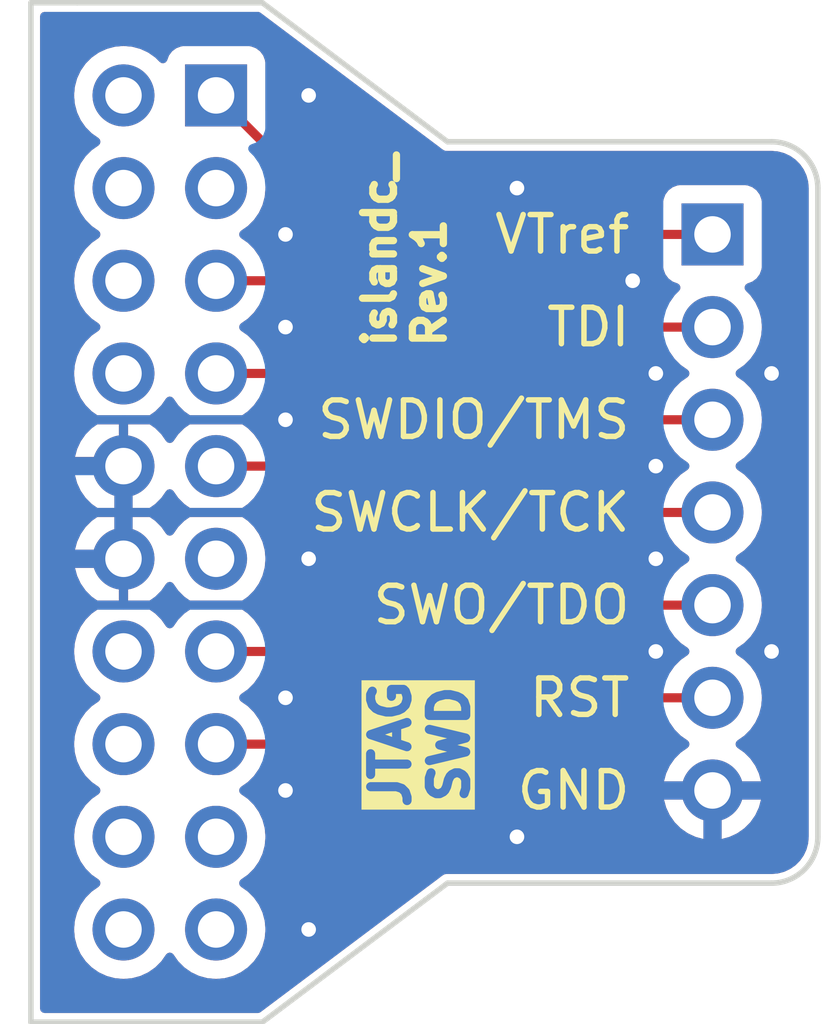
<source format=kicad_pcb>
(kicad_pcb (version 20221018) (generator pcbnew)
  (title_block (title "jtag-wire-adapter") (date "2023-04-17") (rev "1") (company "https://github.com/islandcontroller/jtag-wire-adapter"))
  (layers (0 "F.Cu" signal) (31 "B.Cu" signal) (34 "B.Paste" user) (35 "F.Paste" user) (36 "B.SilkS" user "B.Silkscreen") (37 "F.SilkS" user "F.Silkscreen") (38 "B.Mask" user) (39 "F.Mask" user) (44 "Edge.Cuts" user))
  (net 0 "")
  (net 1 "/VTref")
  (net 5 "/TDI")
  (net 7 "/TMS")
  (net 9 "/TCK")
  (net 10 "GND")
  (net 12 "/TDO")
  (net 14 "/RST")
  (footprint "Connector_PinHeader_2.54mm:PinHeader_1x07_P2.54mm_Horizontal" (layer "F.Cu") (at 145.7 97.79)
    (fp_text reference "J2" hide)
    (fp_text value "Conn_01x07_Pin")
    (pad "1" thru_hole rect (at 0 0) (size 1.7 1.7) (drill 1) (layers "*.Cu" "*.Mask") (net 1 "/VTref"))
    (pad "2" thru_hole oval (at 0 2.54) (size 1.7 1.7) (drill 1) (layers "*.Cu" "*.Mask") (net 5 "/TDI"))
    (pad "3" thru_hole oval (at 0 5.08) (size 1.7 1.7) (drill 1) (layers "*.Cu" "*.Mask") (net 7 "/TMS"))
    (pad "4" thru_hole oval (at 0 7.62) (size 1.7 1.7) (drill 1) (layers "*.Cu" "*.Mask") (net 9 "/TCK"))
    (pad "5" thru_hole oval (at 0 10.16) (size 1.7 1.7) (drill 1) (layers "*.Cu" "*.Mask") (net 12 "/TDO"))
    (pad "6" thru_hole oval (at 0 12.7) (size 1.7 1.7) (drill 1) (layers "*.Cu" "*.Mask") (net 14 "/RST"))
    (pad "7" thru_hole oval (at 0 15.24) (size 1.7 1.7) (drill 1) (layers "*.Cu" "*.Mask") (net 10 "GND"))
  )
  (footprint "Connector_PinSocket_2.54mm:PinSocket_2x10_P2.54mm_Horizontal" (layer "F.Cu") (at 132.08 93.98)
    (fp_text reference "J1" hide)
    (fp_text value "Conn_02x10_Odd_Even")
    (pad "1" thru_hole rect (at 0 0) (size 1.7 1.7) (drill 1) (layers "*.Cu" "*.Mask") (net 1 "/VTref"))
    (pad "2" thru_hole oval (at -2.54 0) (size 1.7 1.7) (drill 1) (layers "*.Cu" "*.Mask"))
    (pad "3" thru_hole oval (at 0 2.54) (size 1.7 1.7) (drill 1) (layers "*.Cu" "*.Mask"))
    (pad "4" thru_hole oval (at -2.54 2.54) (size 1.7 1.7) (drill 1) (layers "*.Cu" "*.Mask"))
    (pad "5" thru_hole oval (at 0 5.08) (size 1.7 1.7) (drill 1) (layers "*.Cu" "*.Mask") (net 5 "/TDI"))
    (pad "6" thru_hole oval (at -2.54 5.08) (size 1.7 1.7) (drill 1) (layers "*.Cu" "*.Mask"))
    (pad "7" thru_hole oval (at 0 7.62) (size 1.7 1.7) (drill 1) (layers "*.Cu" "*.Mask") (net 7 "/TMS"))
    (pad "8" thru_hole oval (at -2.54 7.62) (size 1.7 1.7) (drill 1) (layers "*.Cu" "*.Mask"))
    (pad "9" thru_hole oval (at 0 10.16) (size 1.7 1.7) (drill 1) (layers "*.Cu" "*.Mask") (net 9 "/TCK"))
    (pad "10" thru_hole oval (at -2.54 10.16) (size 1.7 1.7) (drill 1) (layers "*.Cu" "*.Mask") (net 10 "GND"))
    (pad "11" thru_hole oval (at 0 12.7) (size 1.7 1.7) (drill 1) (layers "*.Cu" "*.Mask"))
    (pad "12" thru_hole oval (at -2.54 12.7) (size 1.7 1.7) (drill 1) (layers "*.Cu" "*.Mask") (net 10 "GND"))
    (pad "13" thru_hole oval (at 0 15.24) (size 1.7 1.7) (drill 1) (layers "*.Cu" "*.Mask") (net 12 "/TDO"))
    (pad "14" thru_hole oval (at -2.54 15.24) (size 1.7 1.7) (drill 1) (layers "*.Cu" "*.Mask"))
    (pad "15" thru_hole oval (at 0 17.78) (size 1.7 1.7) (drill 1) (layers "*.Cu" "*.Mask") (net 14 "/RST"))
    (pad "16" thru_hole oval (at -2.54 17.78) (size 1.7 1.7) (drill 1) (layers "*.Cu" "*.Mask"))
    (pad "17" thru_hole oval (at 0 20.32) (size 1.7 1.7) (drill 1) (layers "*.Cu" "*.Mask"))
    (pad "18" thru_hole oval (at -2.54 20.32) (size 1.7 1.7) (drill 1) (layers "*.Cu" "*.Mask"))
    (pad "19" thru_hole oval (at 0 22.86) (size 1.7 1.7) (drill 1) (layers "*.Cu" "*.Mask"))
    (pad "20" thru_hole oval (at -2.54 22.86) (size 1.7 1.7) (drill 1) (layers "*.Cu" "*.Mask"))
  )
  (gr_line (start 127 119.38) (end 127 91.44) (stroke (width 0.15)) (layer "Edge.Cuts"))
  (gr_line (start 147.32 95.25) (end 138.43 95.25) (stroke (width 0.15)) (layer "Edge.Cuts"))
  (gr_arc (start 147.32 95.25) (mid 148.218026 95.621974) (end 148.59 96.52) (stroke (width 0.15)) (layer "Edge.Cuts"))
  (gr_line (start 128.27 119.38) (end 127 119.38) (stroke (width 0.15)) (layer "Edge.Cuts"))
  (gr_line (start 138.43 115.57) (end 133.35 119.38) (stroke (width 0.15)) (layer "Edge.Cuts"))
  (gr_line (start 133.35 119.38) (end 128.27 119.38) (stroke (width 0.15)) (layer "Edge.Cuts"))
  (gr_line (start 127 91.44) (end 128.27 91.44) (stroke (width 0.15)) (layer "Edge.Cuts"))
  (gr_line (start 138.43 95.25) (end 133.35 91.44) (stroke (width 0.15)) (layer "Edge.Cuts"))
  (gr_arc (start 148.59 114.3) (mid 148.218026 115.198026) (end 147.32 115.57) (stroke (width 0.15)) (layer "Edge.Cuts"))
  (gr_line (start 133.35 91.44) (end 128.27 91.44) (stroke (width 0.15)) (layer "Edge.Cuts"))
  (gr_line (start 147.32 115.57) (end 138.43 115.57) (stroke (width 0.15)) (layer "Edge.Cuts"))
  (gr_line (start 148.59 96.52) (end 148.59 114.3) (stroke (width 0.15)) (layer "Edge.Cuts"))
  (gr_text "GND" (at 143.51 113.03) (layer "F.SilkS") (effects (font (size 1 1)) (justify right)))
  (gr_text "TDI" (at 143.51 100.33) (layer "F.SilkS") (effects (font (size 1 1)) (justify right)))
  (gr_text "SWO/TDO" (at 143.51 107.95) (layer "F.SilkS") (effects (font (size 1 1)) (justify right)))
  (gr_text "VTref" (at 143.51 97.79) (layer "F.SilkS") (effects (font (size 1 1)) (justify right)))
  (gr_text "SWCLK/TCK" (at 143.51 105.41) (layer "F.SilkS") (effects (font (size 1 1)) (justify right)))
  (gr_text "RST" (at 143.51 110.49) (layer "F.SilkS") (effects (font (size 1 1)) (justify right)))
  (gr_text "JTAG\nSWD" (at 139.065 111.76 90) (layer "F.SilkS" knockout) (effects (font (size 1 1) (thickness 0.25) bold) (justify bottom)))
  (gr_text "SWDIO/TMS" (at 143.51 102.87) (layer "F.SilkS") (effects (font (size 1 1)) (justify right)))
  (gr_text "islandc_\nRev.${REVISION}" (at 138.43 100.965 90) (layer "F.SilkS") (effects (font (size 0.85 0.85) (thickness 0.2) bold) (justify left bottom)))
  (segment (start 135.89 97.79) (end 132.08 93.98) (width 0.25) (layer "F.Cu") (net 1))
  (segment (start 145.7 97.79) (end 135.89 97.79) (width 0.25) (layer "F.Cu") (net 1))
  (segment (start 134.62 99.06) (end 132.08 99.06) (width 0.25) (layer "F.Cu") (net 5))
  (segment (start 135.89 100.33) (end 134.62 99.06) (width 0.25) (layer "F.Cu") (net 5))
  (segment (start 145.7 100.33) (end 135.89 100.33) (width 0.25) (layer "F.Cu") (net 5))
  (segment (start 134.62 101.6) (end 132.08 101.6) (width 0.25) (layer "F.Cu") (net 7))
  (segment (start 135.89 102.87) (end 134.62 101.6) (width 0.25) (layer "F.Cu") (net 7))
  (segment (start 145.7 102.87) (end 135.89 102.87) (width 0.25) (layer "F.Cu") (net 7))
  (segment (start 134.62 104.14) (end 132.08 104.14) (width 0.25) (layer "F.Cu") (net 9))
  (segment (start 145.7 105.41) (end 135.89 105.41) (width 0.25) (layer "F.Cu") (net 9))
  (segment (start 135.89 105.41) (end 134.62 104.14) (width 0.25) (layer "F.Cu") (net 9))
  (segment (start 129.54 102.87) (end 128.27 102.87) (width 0.25) (layer "F.Cu") (net 10))
  (segment (start 133.985 107.95) (end 129.54 107.95) (width 0.25) (layer "F.Cu") (net 10))
  (segment (start 133.985 102.87) (end 129.54 102.87) (width 0.25) (layer "F.Cu") (net 10))
  (segment (start 129.54 107.95) (end 128.27 107.95) (width 0.25) (layer "F.Cu") (net 10))
  (segment (start 133.985 105.41) (end 128.27 105.41) (width 0.25) (layer "F.Cu") (net 10))
  (segment (start 129.54 102.87) (end 129.54 107.95) (width 0.25) (layer "F.Cu") (net 10))
  (via (at 133.985 100.33) (size 0.8) (drill 0.4) (layers "F.Cu" "B.Cu") (net 10))
  (via (at 144.145 109.22) (size 0.8) (drill 0.4) (layers "F.Cu" "B.Cu") (net 10))
  (via (at 134.62 93.98) (size 0.8) (drill 0.4) (layers "F.Cu" "B.Cu") (net 10))
  (via (at 134.62 106.68) (size 0.8) (drill 0.4) (layers "F.Cu" "B.Cu") (net 10))
  (via (at 144.145 104.14) (size 0.8) (drill 0.4) (layers "F.Cu" "B.Cu") (net 10))
  (via (at 140.335 96.52) (size 0.8) (drill 0.4) (layers "F.Cu" "B.Cu") (net 10))
  (via (at 133.985 102.87) (size 0.8) (drill 0.4) (layers "F.Cu" "B.Cu") (net 10))
  (via (at 144.145 101.6) (size 0.8) (drill 0.4) (layers "F.Cu" "B.Cu") (net 10))
  (via (at 133.985 113.03) (size 0.8) (drill 0.4) (layers "F.Cu" "B.Cu") (net 10))
  (via (at 143.51 99.06) (size 0.8) (drill 0.4) (layers "F.Cu" "B.Cu") (net 10))
  (via (at 147.32 109.22) (size 0.8) (drill 0.4) (layers "F.Cu" "B.Cu") (net 10))
  (via (at 140.335 114.3) (size 0.8) (drill 0.4) (layers "F.Cu" "B.Cu") (net 10))
  (via (at 133.985 97.79) (size 0.8) (drill 0.4) (layers "F.Cu" "B.Cu") (net 10))
  (via (at 133.985 110.49) (size 0.8) (drill 0.4) (layers "F.Cu" "B.Cu") (net 10))
  (via (at 147.32 101.6) (size 0.8) (drill 0.4) (layers "F.Cu" "B.Cu") (net 10))
  (via (at 134.62 116.84) (size 0.8) (drill 0.4) (layers "F.Cu" "B.Cu") (net 10))
  (via (at 144.145 106.68) (size 0.8) (drill 0.4) (layers "F.Cu" "B.Cu") (net 10))
  (segment (start 133.985 102.87) (end 128.27 102.87) (width 0.25) (layer "B.Cu") (net 10))
  (segment (start 133.985 105.41) (end 128.27 105.41) (width 0.25) (layer "B.Cu") (net 10))
  (segment (start 129.54 107.95) (end 129.54 102.87) (width 0.25) (layer "B.Cu") (net 10))
  (segment (start 133.985 107.95) (end 128.27 107.95) (width 0.25) (layer "B.Cu") (net 10))
  (segment (start 134.62 109.22) (end 132.08 109.22) (width 0.25) (layer "F.Cu") (net 12))
  (segment (start 135.89 107.95) (end 134.62 109.22) (width 0.25) (layer "F.Cu") (net 12))
  (segment (start 145.7 107.95) (end 135.89 107.95) (width 0.25) (layer "F.Cu") (net 12))
  (segment (start 134.62 111.76) (end 132.08 111.76) (width 0.25) (layer "F.Cu") (net 14))
  (segment (start 145.7 110.49) (end 135.89 110.49) (width 0.25) (layer "F.Cu") (net 14))
  (segment (start 135.89 110.49) (end 134.62 111.76) (width 0.25) (layer "F.Cu") (net 14))
  (zone (net 10) (net_name "GND") (layers "F&B.Cu") (connect_pads (clearance 0.5)) (min_thickness 0.25) (fill yes (thermal_gap 0.5) (thermal_bridge_width 0.5))
    (polygon (pts (xy 148.59 95.25) (xy 148.59 115.57) (xy 138.43 115.57) (xy 133.35 119.38) (xy 127 119.38) (xy 127 91.44) (xy 133.35 91.44) (xy 138.43 95.25)))
  )
)
</source>
